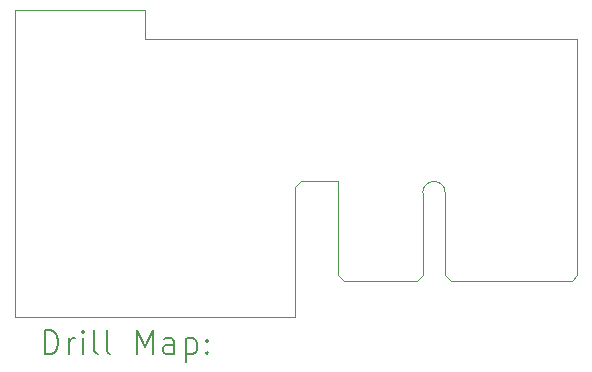
<source format=gbr>
%TF.GenerationSoftware,KiCad,Pcbnew,8.0.5*%
%TF.CreationDate,2024-11-08T07:47:15+00:00*%
%TF.ProjectId,ADE_Aux_V4,4144455f-4175-4785-9f56-342e6b696361,rev?*%
%TF.SameCoordinates,Original*%
%TF.FileFunction,Drillmap*%
%TF.FilePolarity,Positive*%
%FSLAX45Y45*%
G04 Gerber Fmt 4.5, Leading zero omitted, Abs format (unit mm)*
G04 Created by KiCad (PCBNEW 8.0.5) date 2024-11-08 07:47:15*
%MOMM*%
%LPD*%
G01*
G04 APERTURE LIST*
%ADD10C,0.100000*%
%ADD11C,0.200000*%
G04 APERTURE END LIST*
D10*
X380000Y2755000D02*
X420000Y2795000D01*
X-2000000Y4250000D02*
X-2000000Y1650000D01*
X2765000Y2795000D02*
X2765000Y4000000D01*
X-900000Y4250000D02*
X-2000000Y4250000D01*
X-2000000Y1650000D02*
X375000Y1650000D01*
X-900000Y4000000D02*
X2765000Y4000000D01*
X-900000Y4250000D02*
X-900000Y4000000D01*
X735000Y2795000D02*
X420000Y2795000D01*
X375000Y2750000D02*
X375000Y1650000D01*
X380000Y2755000D02*
X375000Y2750000D01*
X735000Y2795000D02*
X735000Y2005000D01*
X735000Y2005000D02*
X785000Y1955000D01*
X1405000Y1955000D02*
X785000Y1955000D01*
X1455000Y2700000D02*
X1455000Y2005000D01*
X1455000Y2005000D02*
X1405000Y1955000D01*
X1645000Y2700000D02*
X1645000Y2005000D01*
X1645000Y2005000D02*
X1695000Y1955000D01*
X2715000Y1955000D02*
X1695000Y1955000D01*
X2765000Y2795000D02*
X2765000Y2005000D01*
X2765000Y2005000D02*
X2715000Y1955000D01*
X1455000Y2700000D02*
G75*
G02*
X1645000Y2700000I95000J0D01*
G01*
D11*
X-1744223Y1333516D02*
X-1744223Y1533516D01*
X-1744223Y1533516D02*
X-1696604Y1533516D01*
X-1696604Y1533516D02*
X-1668033Y1523992D01*
X-1668033Y1523992D02*
X-1648985Y1504945D01*
X-1648985Y1504945D02*
X-1639461Y1485897D01*
X-1639461Y1485897D02*
X-1629937Y1447802D01*
X-1629937Y1447802D02*
X-1629937Y1419230D01*
X-1629937Y1419230D02*
X-1639461Y1381135D01*
X-1639461Y1381135D02*
X-1648985Y1362088D01*
X-1648985Y1362088D02*
X-1668033Y1343040D01*
X-1668033Y1343040D02*
X-1696604Y1333516D01*
X-1696604Y1333516D02*
X-1744223Y1333516D01*
X-1544223Y1333516D02*
X-1544223Y1466849D01*
X-1544223Y1428754D02*
X-1534699Y1447802D01*
X-1534699Y1447802D02*
X-1525175Y1457326D01*
X-1525175Y1457326D02*
X-1506128Y1466849D01*
X-1506128Y1466849D02*
X-1487080Y1466849D01*
X-1420414Y1333516D02*
X-1420414Y1466849D01*
X-1420414Y1533516D02*
X-1429937Y1523992D01*
X-1429937Y1523992D02*
X-1420414Y1514468D01*
X-1420414Y1514468D02*
X-1410890Y1523992D01*
X-1410890Y1523992D02*
X-1420414Y1533516D01*
X-1420414Y1533516D02*
X-1420414Y1514468D01*
X-1296604Y1333516D02*
X-1315652Y1343040D01*
X-1315652Y1343040D02*
X-1325176Y1362088D01*
X-1325176Y1362088D02*
X-1325176Y1533516D01*
X-1191842Y1333516D02*
X-1210890Y1343040D01*
X-1210890Y1343040D02*
X-1220414Y1362088D01*
X-1220414Y1362088D02*
X-1220414Y1533516D01*
X-963271Y1333516D02*
X-963271Y1533516D01*
X-963271Y1533516D02*
X-896604Y1390659D01*
X-896604Y1390659D02*
X-829937Y1533516D01*
X-829937Y1533516D02*
X-829937Y1333516D01*
X-648985Y1333516D02*
X-648985Y1438278D01*
X-648985Y1438278D02*
X-658509Y1457326D01*
X-658509Y1457326D02*
X-677556Y1466849D01*
X-677556Y1466849D02*
X-715652Y1466849D01*
X-715652Y1466849D02*
X-734699Y1457326D01*
X-648985Y1343040D02*
X-668033Y1333516D01*
X-668033Y1333516D02*
X-715652Y1333516D01*
X-715652Y1333516D02*
X-734699Y1343040D01*
X-734699Y1343040D02*
X-744223Y1362088D01*
X-744223Y1362088D02*
X-744223Y1381135D01*
X-744223Y1381135D02*
X-734699Y1400183D01*
X-734699Y1400183D02*
X-715652Y1409707D01*
X-715652Y1409707D02*
X-668033Y1409707D01*
X-668033Y1409707D02*
X-648985Y1419230D01*
X-553747Y1466849D02*
X-553747Y1266850D01*
X-553747Y1457326D02*
X-534699Y1466849D01*
X-534699Y1466849D02*
X-496604Y1466849D01*
X-496604Y1466849D02*
X-477556Y1457326D01*
X-477556Y1457326D02*
X-468033Y1447802D01*
X-468033Y1447802D02*
X-458509Y1428754D01*
X-458509Y1428754D02*
X-458509Y1371611D01*
X-458509Y1371611D02*
X-468033Y1352564D01*
X-468033Y1352564D02*
X-477556Y1343040D01*
X-477556Y1343040D02*
X-496604Y1333516D01*
X-496604Y1333516D02*
X-534699Y1333516D01*
X-534699Y1333516D02*
X-553747Y1343040D01*
X-372794Y1352564D02*
X-363271Y1343040D01*
X-363271Y1343040D02*
X-372794Y1333516D01*
X-372794Y1333516D02*
X-382318Y1343040D01*
X-382318Y1343040D02*
X-372794Y1352564D01*
X-372794Y1352564D02*
X-372794Y1333516D01*
X-372794Y1457326D02*
X-363271Y1447802D01*
X-363271Y1447802D02*
X-372794Y1438278D01*
X-372794Y1438278D02*
X-382318Y1447802D01*
X-382318Y1447802D02*
X-372794Y1457326D01*
X-372794Y1457326D02*
X-372794Y1438278D01*
M02*

</source>
